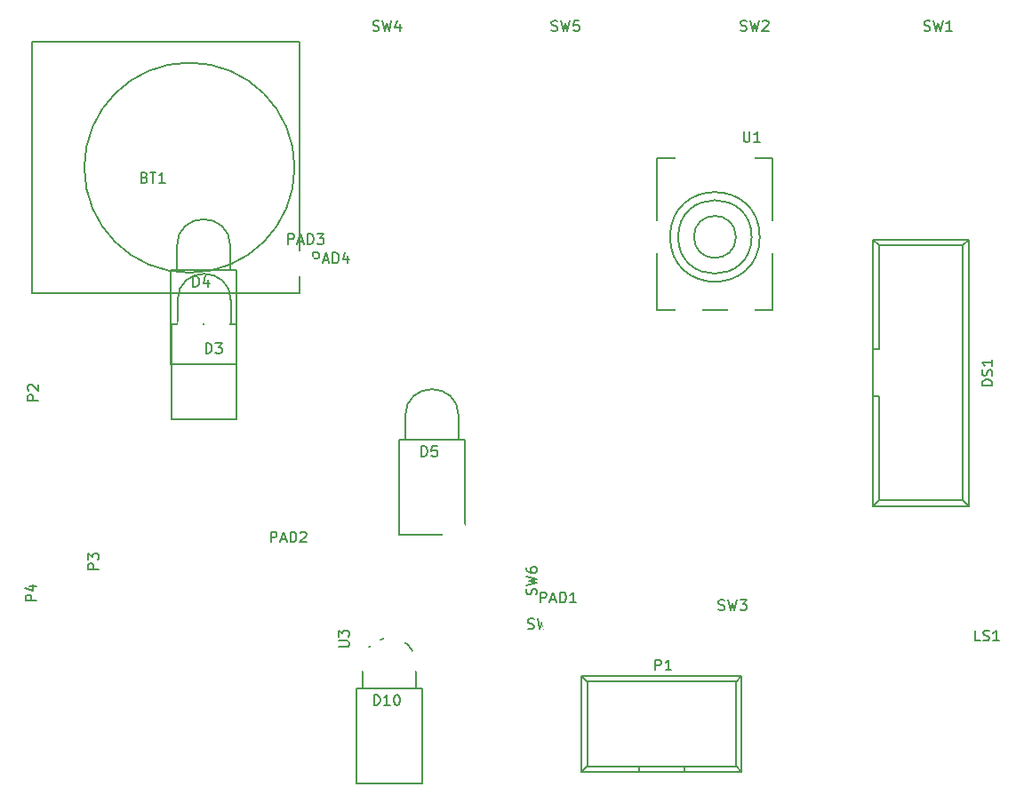
<source format=gto>
G04 #@! TF.FileFunction,Legend,Top*
%FSLAX46Y46*%
G04 Gerber Fmt 4.6, Leading zero omitted, Abs format (unit mm)*
G04 Created by KiCad (PCBNEW 4.0.4+dfsg1-stable) date Tue Mar  7 15:21:03 2017*
%MOMM*%
%LPD*%
G01*
G04 APERTURE LIST*
%ADD10C,0.100000*%
%ADD11C,0.150000*%
%ADD12C,2.400000*%
%ADD13R,2.200000X2.200000*%
%ADD14O,2.200000X2.200000*%
%ADD15C,2.200000*%
%ADD16C,1.900000*%
%ADD17R,2.400000X2.400000*%
%ADD18C,2.500000*%
%ADD19C,2.600000*%
%ADD20R,1.950000X3.050000*%
%ADD21C,1.950000*%
%ADD22R,2.300000X2.300000*%
G04 APERTURE END LIST*
D10*
D11*
X27462492Y60600000D02*
G75*
G03X27462492Y60600000I-10012492J0D01*
G01*
X2450000Y72600000D02*
X2450000Y48600000D01*
X2450000Y48600000D02*
X27950000Y48600000D01*
X27950000Y48600000D02*
X27950000Y72600000D01*
X27950000Y72600000D02*
X2450000Y72600000D01*
X21390000Y48070000D02*
X21390000Y45657000D01*
X16310000Y45657000D02*
X16310000Y48070000D01*
X21390000Y47943000D02*
G75*
G03X16310000Y47943000I-2540000J0D01*
G01*
X15738500Y36640000D02*
X15738500Y45657000D01*
X15738500Y45657000D02*
X21961500Y45657000D01*
X21961500Y36640000D02*
X21961500Y45657000D01*
X21961500Y36640000D02*
X15738500Y36640000D01*
X21340000Y53270000D02*
X21340000Y50857000D01*
X16260000Y50857000D02*
X16260000Y53270000D01*
X21340000Y53143000D02*
G75*
G03X16260000Y53143000I-2540000J0D01*
G01*
X15688500Y41840000D02*
X15688500Y50857000D01*
X15688500Y50857000D02*
X21911500Y50857000D01*
X21911500Y41840000D02*
X21911500Y50857000D01*
X21911500Y41840000D02*
X15688500Y41840000D01*
X43090000Y37070000D02*
X43090000Y34657000D01*
X38010000Y34657000D02*
X38010000Y37070000D01*
X43090000Y36943000D02*
G75*
G03X38010000Y36943000I-2540000J0D01*
G01*
X37438500Y25640000D02*
X37438500Y34657000D01*
X37438500Y34657000D02*
X43661500Y34657000D01*
X43661500Y25640000D02*
X43661500Y34657000D01*
X43661500Y25640000D02*
X37438500Y25640000D01*
X91670000Y53730000D02*
X91670000Y28330000D01*
X91120000Y53190000D02*
X91120000Y28890000D01*
X82570000Y53730000D02*
X82570000Y28330000D01*
X83120000Y53190000D02*
X83120000Y43280000D01*
X83120000Y38780000D02*
X83120000Y28890000D01*
X83120000Y43280000D02*
X82570000Y43280000D01*
X83120000Y38780000D02*
X82570000Y38780000D01*
X91670000Y53730000D02*
X82570000Y53730000D01*
X91120000Y53190000D02*
X83120000Y53190000D01*
X91670000Y28330000D02*
X82570000Y28330000D01*
X91120000Y28890000D02*
X83120000Y28890000D01*
X91670000Y53730000D02*
X91120000Y53190000D01*
X91670000Y28330000D02*
X91120000Y28890000D01*
X82570000Y53730000D02*
X83120000Y53190000D01*
X82570000Y28330000D02*
X83120000Y28890000D01*
X69552000Y11634000D02*
X55328000Y11634000D01*
X70060000Y12142000D02*
X54820000Y12142000D01*
X55328000Y3506000D02*
X69425000Y3506000D01*
X54820000Y2998000D02*
X70060000Y2998000D01*
X60240000Y3506000D02*
X60240000Y3055000D01*
X64640000Y3506000D02*
X64640000Y3020000D01*
X54820000Y12120000D02*
X54820000Y3020000D01*
X55360000Y11570000D02*
X55360000Y3570000D01*
X70060000Y12120000D02*
X70060000Y3020000D01*
X69500000Y11570000D02*
X69500000Y3570000D01*
X54820000Y12120000D02*
X55360000Y11570000D01*
X70060000Y12120000D02*
X69500000Y11570000D01*
X54820000Y3020000D02*
X55360000Y3570000D01*
X70060000Y3020000D02*
X69500000Y3570000D01*
X69500000Y54000000D02*
G75*
G03X69500000Y54000000I-2000000J0D01*
G01*
X71000000Y54000000D02*
G75*
G03X71000000Y54000000I-3500000J0D01*
G01*
X71772002Y54000000D02*
G75*
G03X71772002Y54000000I-4272002J0D01*
G01*
X73000000Y54000000D02*
X73000000Y61500000D01*
X73000000Y61500000D02*
X62000000Y61500000D01*
X62000000Y61500000D02*
X62000000Y47000000D01*
X62000000Y47000000D02*
X73000000Y47000000D01*
X73000000Y47000000D02*
X73000000Y54000000D01*
X39040000Y13370000D02*
X39040000Y10957000D01*
X33960000Y10957000D02*
X33960000Y13370000D01*
X39040000Y13243000D02*
G75*
G03X33960000Y13243000I-2540000J0D01*
G01*
X33388500Y1940000D02*
X33388500Y10957000D01*
X33388500Y10957000D02*
X39611500Y10957000D01*
X39611500Y1940000D02*
X39611500Y10957000D01*
X39611500Y1940000D02*
X33388500Y1940000D01*
X50484762Y19896667D02*
X50532381Y20039524D01*
X50532381Y20277620D01*
X50484762Y20372858D01*
X50437143Y20420477D01*
X50341905Y20468096D01*
X50246667Y20468096D01*
X50151429Y20420477D01*
X50103810Y20372858D01*
X50056190Y20277620D01*
X50008571Y20087143D01*
X49960952Y19991905D01*
X49913333Y19944286D01*
X49818095Y19896667D01*
X49722857Y19896667D01*
X49627619Y19944286D01*
X49580000Y19991905D01*
X49532381Y20087143D01*
X49532381Y20325239D01*
X49580000Y20468096D01*
X49532381Y20801429D02*
X50532381Y21039524D01*
X49818095Y21230001D01*
X50532381Y21420477D01*
X49532381Y21658572D01*
X49532381Y22468096D02*
X49532381Y22277619D01*
X49580000Y22182381D01*
X49627619Y22134762D01*
X49770476Y22039524D01*
X49960952Y21991905D01*
X50341905Y21991905D01*
X50437143Y22039524D01*
X50484762Y22087143D01*
X50532381Y22182381D01*
X50532381Y22372858D01*
X50484762Y22468096D01*
X50437143Y22515715D01*
X50341905Y22563334D01*
X50103810Y22563334D01*
X50008571Y22515715D01*
X49960952Y22468096D01*
X49913333Y22372858D01*
X49913333Y22182381D01*
X49960952Y22087143D01*
X50008571Y22039524D01*
X50103810Y21991905D01*
X13164286Y59671429D02*
X13307143Y59623810D01*
X13354762Y59576190D01*
X13402381Y59480952D01*
X13402381Y59338095D01*
X13354762Y59242857D01*
X13307143Y59195238D01*
X13211905Y59147619D01*
X12830952Y59147619D01*
X12830952Y60147619D01*
X13164286Y60147619D01*
X13259524Y60100000D01*
X13307143Y60052381D01*
X13354762Y59957143D01*
X13354762Y59861905D01*
X13307143Y59766667D01*
X13259524Y59719048D01*
X13164286Y59671429D01*
X12830952Y59671429D01*
X13688095Y60147619D02*
X14259524Y60147619D01*
X13973809Y59147619D02*
X13973809Y60147619D01*
X15116667Y59147619D02*
X14545238Y59147619D01*
X14830952Y59147619D02*
X14830952Y60147619D01*
X14735714Y60004762D01*
X14640476Y59909524D01*
X14545238Y59861905D01*
X19011905Y42897619D02*
X19011905Y43897619D01*
X19250000Y43897619D01*
X19392858Y43850000D01*
X19488096Y43754762D01*
X19535715Y43659524D01*
X19583334Y43469048D01*
X19583334Y43326190D01*
X19535715Y43135714D01*
X19488096Y43040476D01*
X19392858Y42945238D01*
X19250000Y42897619D01*
X19011905Y42897619D01*
X19916667Y43897619D02*
X20535715Y43897619D01*
X20202381Y43516667D01*
X20345239Y43516667D01*
X20440477Y43469048D01*
X20488096Y43421429D01*
X20535715Y43326190D01*
X20535715Y43088095D01*
X20488096Y42992857D01*
X20440477Y42945238D01*
X20345239Y42897619D01*
X20059524Y42897619D01*
X19964286Y42945238D01*
X19916667Y42992857D01*
X17807905Y49261619D02*
X17807905Y50261619D01*
X18046000Y50261619D01*
X18188858Y50214000D01*
X18284096Y50118762D01*
X18331715Y50023524D01*
X18379334Y49833048D01*
X18379334Y49690190D01*
X18331715Y49499714D01*
X18284096Y49404476D01*
X18188858Y49309238D01*
X18046000Y49261619D01*
X17807905Y49261619D01*
X19236477Y49928286D02*
X19236477Y49261619D01*
X18998381Y50309238D02*
X18760286Y49594952D01*
X19379334Y49594952D01*
X39557905Y33061619D02*
X39557905Y34061619D01*
X39796000Y34061619D01*
X39938858Y34014000D01*
X40034096Y33918762D01*
X40081715Y33823524D01*
X40129334Y33633048D01*
X40129334Y33490190D01*
X40081715Y33299714D01*
X40034096Y33204476D01*
X39938858Y33109238D01*
X39796000Y33061619D01*
X39557905Y33061619D01*
X41034096Y34061619D02*
X40557905Y34061619D01*
X40510286Y33585429D01*
X40557905Y33633048D01*
X40653143Y33680667D01*
X40891239Y33680667D01*
X40986477Y33633048D01*
X41034096Y33585429D01*
X41081715Y33490190D01*
X41081715Y33252095D01*
X41034096Y33156857D01*
X40986477Y33109238D01*
X40891239Y33061619D01*
X40653143Y33061619D01*
X40557905Y33109238D01*
X40510286Y33156857D01*
X93922381Y39815714D02*
X92922381Y39815714D01*
X92922381Y40053809D01*
X92970000Y40196667D01*
X93065238Y40291905D01*
X93160476Y40339524D01*
X93350952Y40387143D01*
X93493810Y40387143D01*
X93684286Y40339524D01*
X93779524Y40291905D01*
X93874762Y40196667D01*
X93922381Y40053809D01*
X93922381Y39815714D01*
X93874762Y40768095D02*
X93922381Y40910952D01*
X93922381Y41149048D01*
X93874762Y41244286D01*
X93827143Y41291905D01*
X93731905Y41339524D01*
X93636667Y41339524D01*
X93541429Y41291905D01*
X93493810Y41244286D01*
X93446190Y41149048D01*
X93398571Y40958571D01*
X93350952Y40863333D01*
X93303333Y40815714D01*
X93208095Y40768095D01*
X93112857Y40768095D01*
X93017619Y40815714D01*
X92970000Y40863333D01*
X92922381Y40958571D01*
X92922381Y41196667D01*
X92970000Y41339524D01*
X93922381Y42291905D02*
X93922381Y41720476D01*
X93922381Y42006190D02*
X92922381Y42006190D01*
X93065238Y41910952D01*
X93160476Y41815714D01*
X93208095Y41720476D01*
X92757143Y15497619D02*
X92280952Y15497619D01*
X92280952Y16497619D01*
X93042857Y15545238D02*
X93185714Y15497619D01*
X93423810Y15497619D01*
X93519048Y15545238D01*
X93566667Y15592857D01*
X93614286Y15688095D01*
X93614286Y15783333D01*
X93566667Y15878571D01*
X93519048Y15926190D01*
X93423810Y15973810D01*
X93233333Y16021429D01*
X93138095Y16069048D01*
X93090476Y16116667D01*
X93042857Y16211905D01*
X93042857Y16307143D01*
X93090476Y16402381D01*
X93138095Y16450000D01*
X93233333Y16497619D01*
X93471429Y16497619D01*
X93614286Y16450000D01*
X94566667Y15497619D02*
X93995238Y15497619D01*
X94280952Y15497619D02*
X94280952Y16497619D01*
X94185714Y16354762D01*
X94090476Y16259524D01*
X93995238Y16211905D01*
X61828905Y12705619D02*
X61828905Y13705619D01*
X62209858Y13705619D01*
X62305096Y13658000D01*
X62352715Y13610381D01*
X62400334Y13515143D01*
X62400334Y13372286D01*
X62352715Y13277048D01*
X62305096Y13229429D01*
X62209858Y13181810D01*
X61828905Y13181810D01*
X63352715Y12705619D02*
X62781286Y12705619D01*
X63067000Y12705619D02*
X63067000Y13705619D01*
X62971762Y13562762D01*
X62876524Y13467524D01*
X62781286Y13419905D01*
X8802381Y22311905D02*
X7802381Y22311905D01*
X7802381Y22692858D01*
X7850000Y22788096D01*
X7897619Y22835715D01*
X7992857Y22883334D01*
X8135714Y22883334D01*
X8230952Y22835715D01*
X8278571Y22788096D01*
X8326190Y22692858D01*
X8326190Y22311905D01*
X7802381Y23216667D02*
X7802381Y23835715D01*
X8183333Y23502381D01*
X8183333Y23645239D01*
X8230952Y23740477D01*
X8278571Y23788096D01*
X8373810Y23835715D01*
X8611905Y23835715D01*
X8707143Y23788096D01*
X8754762Y23740477D01*
X8802381Y23645239D01*
X8802381Y23359524D01*
X8754762Y23264286D01*
X8707143Y23216667D01*
X2852381Y19311905D02*
X1852381Y19311905D01*
X1852381Y19692858D01*
X1900000Y19788096D01*
X1947619Y19835715D01*
X2042857Y19883334D01*
X2185714Y19883334D01*
X2280952Y19835715D01*
X2328571Y19788096D01*
X2376190Y19692858D01*
X2376190Y19311905D01*
X2185714Y20740477D02*
X2852381Y20740477D01*
X1804762Y20502381D02*
X2519048Y20264286D01*
X2519048Y20883334D01*
X70238095Y64047619D02*
X70238095Y63238095D01*
X70285714Y63142857D01*
X70333333Y63095238D01*
X70428571Y63047619D01*
X70619048Y63047619D01*
X70714286Y63095238D01*
X70761905Y63142857D01*
X70809524Y63238095D01*
X70809524Y64047619D01*
X71809524Y63047619D02*
X71238095Y63047619D01*
X71523809Y63047619D02*
X71523809Y64047619D01*
X71428571Y63904762D01*
X71333333Y63809524D01*
X71238095Y63761905D01*
X31652381Y14938095D02*
X32461905Y14938095D01*
X32557143Y14985714D01*
X32604762Y15033333D01*
X32652381Y15128571D01*
X32652381Y15319048D01*
X32604762Y15414286D01*
X32557143Y15461905D01*
X32461905Y15509524D01*
X31652381Y15509524D01*
X31652381Y15890476D02*
X31652381Y16509524D01*
X32033333Y16176190D01*
X32033333Y16319048D01*
X32080952Y16414286D01*
X32128571Y16461905D01*
X32223810Y16509524D01*
X32461905Y16509524D01*
X32557143Y16461905D01*
X32604762Y16414286D01*
X32652381Y16319048D01*
X32652381Y16033333D01*
X32604762Y15938095D01*
X32557143Y15890476D01*
X50900833Y19147119D02*
X50900833Y20147119D01*
X51281786Y20147119D01*
X51377024Y20099500D01*
X51424643Y20051881D01*
X51472262Y19956643D01*
X51472262Y19813786D01*
X51424643Y19718548D01*
X51377024Y19670929D01*
X51281786Y19623310D01*
X50900833Y19623310D01*
X51853214Y19432833D02*
X52329405Y19432833D01*
X51757976Y19147119D02*
X52091309Y20147119D01*
X52424643Y19147119D01*
X52757976Y19147119D02*
X52757976Y20147119D01*
X52996071Y20147119D01*
X53138929Y20099500D01*
X53234167Y20004262D01*
X53281786Y19909024D01*
X53329405Y19718548D01*
X53329405Y19575690D01*
X53281786Y19385214D01*
X53234167Y19289976D01*
X53138929Y19194738D01*
X52996071Y19147119D01*
X52757976Y19147119D01*
X54281786Y19147119D02*
X53710357Y19147119D01*
X53996071Y19147119D02*
X53996071Y20147119D01*
X53900833Y20004262D01*
X53805595Y19909024D01*
X53710357Y19861405D01*
X25200833Y24897119D02*
X25200833Y25897119D01*
X25581786Y25897119D01*
X25677024Y25849500D01*
X25724643Y25801881D01*
X25772262Y25706643D01*
X25772262Y25563786D01*
X25724643Y25468548D01*
X25677024Y25420929D01*
X25581786Y25373310D01*
X25200833Y25373310D01*
X26153214Y25182833D02*
X26629405Y25182833D01*
X26057976Y24897119D02*
X26391309Y25897119D01*
X26724643Y24897119D01*
X27057976Y24897119D02*
X27057976Y25897119D01*
X27296071Y25897119D01*
X27438929Y25849500D01*
X27534167Y25754262D01*
X27581786Y25659024D01*
X27629405Y25468548D01*
X27629405Y25325690D01*
X27581786Y25135214D01*
X27534167Y25039976D01*
X27438929Y24944738D01*
X27296071Y24897119D01*
X27057976Y24897119D01*
X28010357Y25801881D02*
X28057976Y25849500D01*
X28153214Y25897119D01*
X28391310Y25897119D01*
X28486548Y25849500D01*
X28534167Y25801881D01*
X28581786Y25706643D01*
X28581786Y25611405D01*
X28534167Y25468548D01*
X27962738Y24897119D01*
X28581786Y24897119D01*
X35031714Y9361619D02*
X35031714Y10361619D01*
X35269809Y10361619D01*
X35412667Y10314000D01*
X35507905Y10218762D01*
X35555524Y10123524D01*
X35603143Y9933048D01*
X35603143Y9790190D01*
X35555524Y9599714D01*
X35507905Y9504476D01*
X35412667Y9409238D01*
X35269809Y9361619D01*
X35031714Y9361619D01*
X36555524Y9361619D02*
X35984095Y9361619D01*
X36269809Y9361619D02*
X36269809Y10361619D01*
X36174571Y10218762D01*
X36079333Y10123524D01*
X35984095Y10075905D01*
X37174571Y10361619D02*
X37269810Y10361619D01*
X37365048Y10314000D01*
X37412667Y10266381D01*
X37460286Y10171143D01*
X37507905Y9980667D01*
X37507905Y9742571D01*
X37460286Y9552095D01*
X37412667Y9456857D01*
X37365048Y9409238D01*
X37269810Y9361619D01*
X37174571Y9361619D01*
X37079333Y9409238D01*
X37031714Y9456857D01*
X36984095Y9552095D01*
X36936476Y9742571D01*
X36936476Y9980667D01*
X36984095Y10171143D01*
X37031714Y10266381D01*
X37079333Y10314000D01*
X37174571Y10361619D01*
X3052381Y38411905D02*
X2052381Y38411905D01*
X2052381Y38792858D01*
X2100000Y38888096D01*
X2147619Y38935715D01*
X2242857Y38983334D01*
X2385714Y38983334D01*
X2480952Y38935715D01*
X2528571Y38888096D01*
X2576190Y38792858D01*
X2576190Y38411905D01*
X2147619Y39364286D02*
X2100000Y39411905D01*
X2052381Y39507143D01*
X2052381Y39745239D01*
X2100000Y39840477D01*
X2147619Y39888096D01*
X2242857Y39935715D01*
X2338095Y39935715D01*
X2480952Y39888096D01*
X3052381Y39316667D01*
X3052381Y39935715D01*
X87436667Y73675238D02*
X87579524Y73627619D01*
X87817620Y73627619D01*
X87912858Y73675238D01*
X87960477Y73722857D01*
X88008096Y73818095D01*
X88008096Y73913333D01*
X87960477Y74008571D01*
X87912858Y74056190D01*
X87817620Y74103810D01*
X87627143Y74151429D01*
X87531905Y74199048D01*
X87484286Y74246667D01*
X87436667Y74341905D01*
X87436667Y74437143D01*
X87484286Y74532381D01*
X87531905Y74580000D01*
X87627143Y74627619D01*
X87865239Y74627619D01*
X88008096Y74580000D01*
X88341429Y74627619D02*
X88579524Y73627619D01*
X88770001Y74341905D01*
X88960477Y73627619D01*
X89198572Y74627619D01*
X90103334Y73627619D02*
X89531905Y73627619D01*
X89817619Y73627619D02*
X89817619Y74627619D01*
X89722381Y74484762D01*
X89627143Y74389524D01*
X89531905Y74341905D01*
X69936667Y73675238D02*
X70079524Y73627619D01*
X70317620Y73627619D01*
X70412858Y73675238D01*
X70460477Y73722857D01*
X70508096Y73818095D01*
X70508096Y73913333D01*
X70460477Y74008571D01*
X70412858Y74056190D01*
X70317620Y74103810D01*
X70127143Y74151429D01*
X70031905Y74199048D01*
X69984286Y74246667D01*
X69936667Y74341905D01*
X69936667Y74437143D01*
X69984286Y74532381D01*
X70031905Y74580000D01*
X70127143Y74627619D01*
X70365239Y74627619D01*
X70508096Y74580000D01*
X70841429Y74627619D02*
X71079524Y73627619D01*
X71270001Y74341905D01*
X71460477Y73627619D01*
X71698572Y74627619D01*
X72031905Y74532381D02*
X72079524Y74580000D01*
X72174762Y74627619D01*
X72412858Y74627619D01*
X72508096Y74580000D01*
X72555715Y74532381D01*
X72603334Y74437143D01*
X72603334Y74341905D01*
X72555715Y74199048D01*
X71984286Y73627619D01*
X72603334Y73627619D01*
X51936667Y73675238D02*
X52079524Y73627619D01*
X52317620Y73627619D01*
X52412858Y73675238D01*
X52460477Y73722857D01*
X52508096Y73818095D01*
X52508096Y73913333D01*
X52460477Y74008571D01*
X52412858Y74056190D01*
X52317620Y74103810D01*
X52127143Y74151429D01*
X52031905Y74199048D01*
X51984286Y74246667D01*
X51936667Y74341905D01*
X51936667Y74437143D01*
X51984286Y74532381D01*
X52031905Y74580000D01*
X52127143Y74627619D01*
X52365239Y74627619D01*
X52508096Y74580000D01*
X52841429Y74627619D02*
X53079524Y73627619D01*
X53270001Y74341905D01*
X53460477Y73627619D01*
X53698572Y74627619D01*
X54555715Y74627619D02*
X54079524Y74627619D01*
X54031905Y74151429D01*
X54079524Y74199048D01*
X54174762Y74246667D01*
X54412858Y74246667D01*
X54508096Y74199048D01*
X54555715Y74151429D01*
X54603334Y74056190D01*
X54603334Y73818095D01*
X54555715Y73722857D01*
X54508096Y73675238D01*
X54412858Y73627619D01*
X54174762Y73627619D01*
X54079524Y73675238D01*
X54031905Y73722857D01*
X34936667Y73675238D02*
X35079524Y73627619D01*
X35317620Y73627619D01*
X35412858Y73675238D01*
X35460477Y73722857D01*
X35508096Y73818095D01*
X35508096Y73913333D01*
X35460477Y74008571D01*
X35412858Y74056190D01*
X35317620Y74103810D01*
X35127143Y74151429D01*
X35031905Y74199048D01*
X34984286Y74246667D01*
X34936667Y74341905D01*
X34936667Y74437143D01*
X34984286Y74532381D01*
X35031905Y74580000D01*
X35127143Y74627619D01*
X35365239Y74627619D01*
X35508096Y74580000D01*
X35841429Y74627619D02*
X36079524Y73627619D01*
X36270001Y74341905D01*
X36460477Y73627619D01*
X36698572Y74627619D01*
X37508096Y74294286D02*
X37508096Y73627619D01*
X37270000Y74675238D02*
X37031905Y73960952D01*
X37650953Y73960952D01*
X67846667Y18465238D02*
X67989524Y18417619D01*
X68227620Y18417619D01*
X68322858Y18465238D01*
X68370477Y18512857D01*
X68418096Y18608095D01*
X68418096Y18703333D01*
X68370477Y18798571D01*
X68322858Y18846190D01*
X68227620Y18893810D01*
X68037143Y18941429D01*
X67941905Y18989048D01*
X67894286Y19036667D01*
X67846667Y19131905D01*
X67846667Y19227143D01*
X67894286Y19322381D01*
X67941905Y19370000D01*
X68037143Y19417619D01*
X68275239Y19417619D01*
X68418096Y19370000D01*
X68751429Y19417619D02*
X68989524Y18417619D01*
X69180001Y19131905D01*
X69370477Y18417619D01*
X69608572Y19417619D01*
X69894286Y19417619D02*
X70513334Y19417619D01*
X70180000Y19036667D01*
X70322858Y19036667D01*
X70418096Y18989048D01*
X70465715Y18941429D01*
X70513334Y18846190D01*
X70513334Y18608095D01*
X70465715Y18512857D01*
X70418096Y18465238D01*
X70322858Y18417619D01*
X70037143Y18417619D01*
X69941905Y18465238D01*
X69894286Y18512857D01*
X49686667Y16675238D02*
X49829524Y16627619D01*
X50067620Y16627619D01*
X50162858Y16675238D01*
X50210477Y16722857D01*
X50258096Y16818095D01*
X50258096Y16913333D01*
X50210477Y17008571D01*
X50162858Y17056190D01*
X50067620Y17103810D01*
X49877143Y17151429D01*
X49781905Y17199048D01*
X49734286Y17246667D01*
X49686667Y17341905D01*
X49686667Y17437143D01*
X49734286Y17532381D01*
X49781905Y17580000D01*
X49877143Y17627619D01*
X50115239Y17627619D01*
X50258096Y17580000D01*
X50591429Y17627619D02*
X50829524Y16627619D01*
X51020001Y17341905D01*
X51210477Y16627619D01*
X51448572Y17627619D01*
X51734286Y17627619D02*
X52400953Y17627619D01*
X51972381Y16627619D01*
X26850833Y53297119D02*
X26850833Y54297119D01*
X27231786Y54297119D01*
X27327024Y54249500D01*
X27374643Y54201881D01*
X27422262Y54106643D01*
X27422262Y53963786D01*
X27374643Y53868548D01*
X27327024Y53820929D01*
X27231786Y53773310D01*
X26850833Y53773310D01*
X27803214Y53582833D02*
X28279405Y53582833D01*
X27707976Y53297119D02*
X28041309Y54297119D01*
X28374643Y53297119D01*
X28707976Y53297119D02*
X28707976Y54297119D01*
X28946071Y54297119D01*
X29088929Y54249500D01*
X29184167Y54154262D01*
X29231786Y54059024D01*
X29279405Y53868548D01*
X29279405Y53725690D01*
X29231786Y53535214D01*
X29184167Y53439976D01*
X29088929Y53344738D01*
X28946071Y53297119D01*
X28707976Y53297119D01*
X29612738Y54297119D02*
X30231786Y54297119D01*
X29898452Y53916167D01*
X30041310Y53916167D01*
X30136548Y53868548D01*
X30184167Y53820929D01*
X30231786Y53725690D01*
X30231786Y53487595D01*
X30184167Y53392357D01*
X30136548Y53344738D01*
X30041310Y53297119D01*
X29755595Y53297119D01*
X29660357Y53344738D01*
X29612738Y53392357D01*
X29250833Y51497119D02*
X29250833Y52497119D01*
X29631786Y52497119D01*
X29727024Y52449500D01*
X29774643Y52401881D01*
X29822262Y52306643D01*
X29822262Y52163786D01*
X29774643Y52068548D01*
X29727024Y52020929D01*
X29631786Y51973310D01*
X29250833Y51973310D01*
X30203214Y51782833D02*
X30679405Y51782833D01*
X30107976Y51497119D02*
X30441309Y52497119D01*
X30774643Y51497119D01*
X31107976Y51497119D02*
X31107976Y52497119D01*
X31346071Y52497119D01*
X31488929Y52449500D01*
X31584167Y52354262D01*
X31631786Y52259024D01*
X31679405Y52068548D01*
X31679405Y51925690D01*
X31631786Y51735214D01*
X31584167Y51639976D01*
X31488929Y51544738D01*
X31346071Y51497119D01*
X31107976Y51497119D01*
X32536548Y52163786D02*
X32536548Y51497119D01*
X32298452Y52544738D02*
X32060357Y51830452D01*
X32679405Y51830452D01*
%LPC*%
D12*
X42752100Y19248800D03*
X42752100Y25751200D03*
X47247900Y19325000D03*
X47247900Y25751200D03*
X4950000Y60600000D03*
X25450000Y60600000D03*
X17580000Y40450000D03*
X20120000Y40450000D03*
X17530000Y45650000D03*
X20070000Y45650000D03*
X39280000Y29450000D03*
X41820000Y29450000D03*
D13*
X85850000Y48650000D03*
D14*
X88390000Y48650000D03*
X85850000Y46110000D03*
D15*
X88390000Y46110000D03*
D14*
X85850000Y43570000D03*
D15*
X88390000Y43570000D03*
X85850000Y41030000D03*
X88390000Y41030000D03*
X85850000Y38490000D03*
X88390000Y38490000D03*
X85850000Y35950000D03*
X88390000Y35950000D03*
X85850000Y33410000D03*
X88390000Y33410000D03*
D16*
X82400000Y11850000D03*
X88900000Y11850000D03*
D13*
X59900000Y6300000D03*
D14*
X59900000Y8840000D03*
X62440000Y6300000D03*
D15*
X62440000Y8840000D03*
D14*
X64980000Y6300000D03*
D15*
X64980000Y8840000D03*
D17*
X5350000Y23050000D03*
D12*
X5350000Y25590000D03*
D17*
X5400000Y20050000D03*
D12*
X5400000Y17510000D03*
D18*
X67500000Y54000000D03*
D19*
X67500000Y61500000D03*
X70000000Y61500000D03*
X65000000Y61500000D03*
X70000000Y47000000D03*
X65000000Y47000000D03*
D20*
X73025000Y54000000D03*
X61975000Y54000000D03*
D17*
X42200000Y13700000D03*
D12*
X42200000Y16240000D03*
X39660000Y13700000D03*
X39660000Y16240000D03*
X37120000Y13700000D03*
X37120000Y16240000D03*
X34580000Y13700000D03*
X34580000Y16240000D03*
X52250000Y17250000D03*
X26550000Y23000000D03*
X35230000Y5750000D03*
X37770000Y5750000D03*
D17*
X5100000Y39150000D03*
D12*
X5100000Y36610000D03*
X5100000Y34070000D03*
X90751200Y66752100D03*
X84248800Y66752100D03*
X90675000Y71247900D03*
X84248800Y71247900D03*
X73251200Y66752100D03*
X66748800Y66752100D03*
X73175000Y71247900D03*
X66748800Y71247900D03*
X55251200Y66752100D03*
X48748800Y66752100D03*
X55175000Y71247900D03*
X48748800Y71247900D03*
X38251200Y66752100D03*
X31748800Y66752100D03*
X38175000Y71247900D03*
X31748800Y71247900D03*
X67198800Y26197900D03*
X73701200Y26197900D03*
X67275000Y21702100D03*
X73701200Y21702100D03*
X53001200Y9752100D03*
X46498800Y9752100D03*
X52925000Y14247900D03*
X46498800Y14247900D03*
X28200000Y51400000D03*
X30600000Y49600000D03*
D21*
X24127080Y6347280D03*
X19127080Y6347280D03*
D22*
X18127080Y3647280D03*
X25127080Y3647280D03*
M02*

</source>
